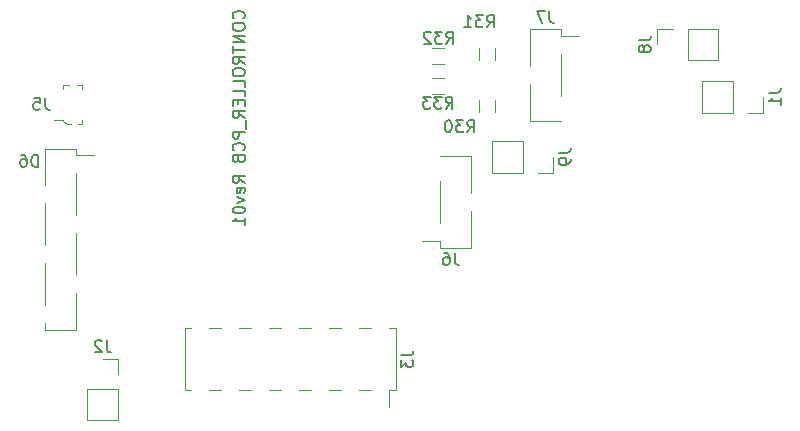
<source format=gbr>
G04 #@! TF.FileFunction,Legend,Bot*
%FSLAX46Y46*%
G04 Gerber Fmt 4.6, Leading zero omitted, Abs format (unit mm)*
G04 Created by KiCad (PCBNEW 4.0.7) date 02/27/19 21:19:11*
%MOMM*%
%LPD*%
G01*
G04 APERTURE LIST*
%ADD10C,0.100000*%
%ADD11C,0.150000*%
%ADD12C,0.120000*%
G04 APERTURE END LIST*
D10*
D11*
X72074143Y-62869428D02*
X72121762Y-62821809D01*
X72169381Y-62678952D01*
X72169381Y-62583714D01*
X72121762Y-62440856D01*
X72026524Y-62345618D01*
X71931286Y-62297999D01*
X71740810Y-62250380D01*
X71597952Y-62250380D01*
X71407476Y-62297999D01*
X71312238Y-62345618D01*
X71217000Y-62440856D01*
X71169381Y-62583714D01*
X71169381Y-62678952D01*
X71217000Y-62821809D01*
X71264619Y-62869428D01*
X71169381Y-63488475D02*
X71169381Y-63678952D01*
X71217000Y-63774190D01*
X71312238Y-63869428D01*
X71502714Y-63917047D01*
X71836048Y-63917047D01*
X72026524Y-63869428D01*
X72121762Y-63774190D01*
X72169381Y-63678952D01*
X72169381Y-63488475D01*
X72121762Y-63393237D01*
X72026524Y-63297999D01*
X71836048Y-63250380D01*
X71502714Y-63250380D01*
X71312238Y-63297999D01*
X71217000Y-63393237D01*
X71169381Y-63488475D01*
X72169381Y-64345618D02*
X71169381Y-64345618D01*
X72169381Y-64917047D01*
X71169381Y-64917047D01*
X71169381Y-65250380D02*
X71169381Y-65821809D01*
X72169381Y-65536094D02*
X71169381Y-65536094D01*
X72169381Y-66726571D02*
X71693190Y-66393237D01*
X72169381Y-66155142D02*
X71169381Y-66155142D01*
X71169381Y-66536095D01*
X71217000Y-66631333D01*
X71264619Y-66678952D01*
X71359857Y-66726571D01*
X71502714Y-66726571D01*
X71597952Y-66678952D01*
X71645571Y-66631333D01*
X71693190Y-66536095D01*
X71693190Y-66155142D01*
X71169381Y-67345618D02*
X71169381Y-67536095D01*
X71217000Y-67631333D01*
X71312238Y-67726571D01*
X71502714Y-67774190D01*
X71836048Y-67774190D01*
X72026524Y-67726571D01*
X72121762Y-67631333D01*
X72169381Y-67536095D01*
X72169381Y-67345618D01*
X72121762Y-67250380D01*
X72026524Y-67155142D01*
X71836048Y-67107523D01*
X71502714Y-67107523D01*
X71312238Y-67155142D01*
X71217000Y-67250380D01*
X71169381Y-67345618D01*
X72169381Y-68678952D02*
X72169381Y-68202761D01*
X71169381Y-68202761D01*
X72169381Y-69488476D02*
X72169381Y-69012285D01*
X71169381Y-69012285D01*
X71645571Y-69821809D02*
X71645571Y-70155143D01*
X72169381Y-70298000D02*
X72169381Y-69821809D01*
X71169381Y-69821809D01*
X71169381Y-70298000D01*
X72169381Y-71298000D02*
X71693190Y-70964666D01*
X72169381Y-70726571D02*
X71169381Y-70726571D01*
X71169381Y-71107524D01*
X71217000Y-71202762D01*
X71264619Y-71250381D01*
X71359857Y-71298000D01*
X71502714Y-71298000D01*
X71597952Y-71250381D01*
X71645571Y-71202762D01*
X71693190Y-71107524D01*
X71693190Y-70726571D01*
X72264619Y-71488476D02*
X72264619Y-72250381D01*
X72169381Y-72488476D02*
X71169381Y-72488476D01*
X71169381Y-72869429D01*
X71217000Y-72964667D01*
X71264619Y-73012286D01*
X71359857Y-73059905D01*
X71502714Y-73059905D01*
X71597952Y-73012286D01*
X71645571Y-72964667D01*
X71693190Y-72869429D01*
X71693190Y-72488476D01*
X72074143Y-74059905D02*
X72121762Y-74012286D01*
X72169381Y-73869429D01*
X72169381Y-73774191D01*
X72121762Y-73631333D01*
X72026524Y-73536095D01*
X71931286Y-73488476D01*
X71740810Y-73440857D01*
X71597952Y-73440857D01*
X71407476Y-73488476D01*
X71312238Y-73536095D01*
X71217000Y-73631333D01*
X71169381Y-73774191D01*
X71169381Y-73869429D01*
X71217000Y-74012286D01*
X71264619Y-74059905D01*
X71645571Y-74821810D02*
X71693190Y-74964667D01*
X71740810Y-75012286D01*
X71836048Y-75059905D01*
X71978905Y-75059905D01*
X72074143Y-75012286D01*
X72121762Y-74964667D01*
X72169381Y-74869429D01*
X72169381Y-74488476D01*
X71169381Y-74488476D01*
X71169381Y-74821810D01*
X71217000Y-74917048D01*
X71264619Y-74964667D01*
X71359857Y-75012286D01*
X71455095Y-75012286D01*
X71550333Y-74964667D01*
X71597952Y-74917048D01*
X71645571Y-74821810D01*
X71645571Y-74488476D01*
X72169381Y-76821810D02*
X71693190Y-76488476D01*
X72169381Y-76250381D02*
X71169381Y-76250381D01*
X71169381Y-76631334D01*
X71217000Y-76726572D01*
X71264619Y-76774191D01*
X71359857Y-76821810D01*
X71502714Y-76821810D01*
X71597952Y-76774191D01*
X71645571Y-76726572D01*
X71693190Y-76631334D01*
X71693190Y-76250381D01*
X72121762Y-77631334D02*
X72169381Y-77536096D01*
X72169381Y-77345619D01*
X72121762Y-77250381D01*
X72026524Y-77202762D01*
X71645571Y-77202762D01*
X71550333Y-77250381D01*
X71502714Y-77345619D01*
X71502714Y-77536096D01*
X71550333Y-77631334D01*
X71645571Y-77678953D01*
X71740810Y-77678953D01*
X71836048Y-77202762D01*
X71502714Y-78012286D02*
X72169381Y-78250381D01*
X71502714Y-78488477D01*
X71169381Y-79059905D02*
X71169381Y-79155144D01*
X71217000Y-79250382D01*
X71264619Y-79298001D01*
X71359857Y-79345620D01*
X71550333Y-79393239D01*
X71788429Y-79393239D01*
X71978905Y-79345620D01*
X72074143Y-79298001D01*
X72121762Y-79250382D01*
X72169381Y-79155144D01*
X72169381Y-79059905D01*
X72121762Y-78964667D01*
X72074143Y-78917048D01*
X71978905Y-78869429D01*
X71788429Y-78821810D01*
X71550333Y-78821810D01*
X71359857Y-78869429D01*
X71264619Y-78917048D01*
X71217000Y-78964667D01*
X71169381Y-79059905D01*
X72169381Y-80345620D02*
X72169381Y-79774191D01*
X72169381Y-80059905D02*
X71169381Y-80059905D01*
X71312238Y-79964667D01*
X71407476Y-79869429D01*
X71455095Y-79774191D01*
D12*
X84985000Y-94330000D02*
X84985000Y-89130000D01*
X67085000Y-94330000D02*
X67085000Y-89130000D01*
X84415000Y-95770000D02*
X84415000Y-94330000D01*
X84985000Y-94330000D02*
X84415000Y-94330000D01*
X84985000Y-89130000D02*
X84415000Y-89130000D01*
X67655000Y-94330000D02*
X67085000Y-94330000D01*
X67655000Y-89130000D02*
X67085000Y-89130000D01*
X82895000Y-94330000D02*
X81875000Y-94330000D01*
X82895000Y-89130000D02*
X81875000Y-89130000D01*
X80355000Y-94330000D02*
X79335000Y-94330000D01*
X80355000Y-89130000D02*
X79335000Y-89130000D01*
X77815000Y-94330000D02*
X76795000Y-94330000D01*
X77815000Y-89130000D02*
X76795000Y-89130000D01*
X75275000Y-94330000D02*
X74255000Y-94330000D01*
X75275000Y-89130000D02*
X74255000Y-89130000D01*
X72735000Y-94330000D02*
X71715000Y-94330000D01*
X72735000Y-89130000D02*
X71715000Y-89130000D01*
X70195000Y-94330000D02*
X69175000Y-94330000D01*
X70195000Y-89130000D02*
X69175000Y-89130000D01*
D10*
X57445000Y-71805000D02*
X57170000Y-71805000D01*
X57170000Y-71805000D02*
X56795000Y-71530000D01*
X56795000Y-71530000D02*
X56795000Y-71480000D01*
X56795000Y-71480000D02*
X56020000Y-71480000D01*
X57270000Y-68505000D02*
X56795000Y-68505000D01*
X56795000Y-68505000D02*
X56795000Y-68855000D01*
X58445000Y-68730000D02*
X58445000Y-68855000D01*
X58445000Y-68805000D02*
X58445000Y-68505000D01*
X58445000Y-68505000D02*
X57995000Y-68505000D01*
X58070000Y-71805000D02*
X58445000Y-71805000D01*
X58445000Y-71805000D02*
X58445000Y-71505000D01*
D12*
X57930000Y-73905000D02*
X55270000Y-73905000D01*
X57930000Y-89265000D02*
X55270000Y-89265000D01*
X55270000Y-73905000D02*
X55270000Y-77015000D01*
X57930000Y-74475000D02*
X59450000Y-74475000D01*
X57930000Y-73905000D02*
X57930000Y-74475000D01*
X55270000Y-88695000D02*
X55270000Y-89265000D01*
X55270000Y-78535000D02*
X55270000Y-82095000D01*
X55270000Y-83615000D02*
X55270000Y-87175000D01*
X57930000Y-75995000D02*
X57930000Y-79555000D01*
X57930000Y-81075000D02*
X57930000Y-84635000D01*
X57930000Y-86155000D02*
X57930000Y-89265000D01*
X88675000Y-82280000D02*
X91335000Y-82280000D01*
X88675000Y-74540000D02*
X91335000Y-74540000D01*
X91335000Y-82280000D02*
X91335000Y-79170000D01*
X88675000Y-81710000D02*
X87155000Y-81710000D01*
X88675000Y-82280000D02*
X88675000Y-81710000D01*
X91335000Y-75110000D02*
X91335000Y-74540000D01*
X91335000Y-77650000D02*
X91335000Y-74540000D01*
X88675000Y-80190000D02*
X88675000Y-76630000D01*
X98980096Y-63802286D02*
X96320096Y-63802286D01*
X98980096Y-71542286D02*
X96320096Y-71542286D01*
X96320096Y-63802286D02*
X96320096Y-66912286D01*
X98980096Y-64372286D02*
X100500096Y-64372286D01*
X98980096Y-63802286D02*
X98980096Y-64372286D01*
X96320096Y-70972286D02*
X96320096Y-71542286D01*
X96320096Y-68432286D02*
X96320096Y-71542286D01*
X98980096Y-65892286D02*
X98980096Y-69452286D01*
X91983096Y-69806286D02*
X91983096Y-70806286D01*
X93343096Y-70806286D02*
X93343096Y-69806286D01*
X93343096Y-66402286D02*
X93343096Y-65402286D01*
X91983096Y-65402286D02*
X91983096Y-66402286D01*
X89056096Y-65392286D02*
X88056096Y-65392286D01*
X88056096Y-66752286D02*
X89056096Y-66752286D01*
X89056096Y-67932286D02*
X88056096Y-67932286D01*
X88056096Y-69292286D02*
X89056096Y-69292286D01*
X110900000Y-70850000D02*
X110900000Y-68190000D01*
X113500000Y-70850000D02*
X110900000Y-70850000D01*
X113500000Y-68190000D02*
X110900000Y-68190000D01*
X113500000Y-70850000D02*
X113500000Y-68190000D01*
X114770000Y-70850000D02*
X116100000Y-70850000D01*
X116100000Y-70850000D02*
X116100000Y-69520000D01*
X61490000Y-96885000D02*
X58830000Y-96885000D01*
X61490000Y-94285000D02*
X61490000Y-96885000D01*
X58830000Y-94285000D02*
X58830000Y-96885000D01*
X61490000Y-94285000D02*
X58830000Y-94285000D01*
X61490000Y-93015000D02*
X61490000Y-91685000D01*
X61490000Y-91685000D02*
X60160000Y-91685000D01*
X112290000Y-63745000D02*
X112290000Y-66405000D01*
X109690000Y-63745000D02*
X112290000Y-63745000D01*
X109690000Y-66405000D02*
X112290000Y-66405000D01*
X109690000Y-63745000D02*
X109690000Y-66405000D01*
X108420000Y-63745000D02*
X107090000Y-63745000D01*
X107090000Y-63745000D02*
X107090000Y-65075000D01*
X93120000Y-75930000D02*
X93120000Y-73270000D01*
X95720000Y-75930000D02*
X93120000Y-75930000D01*
X95720000Y-73270000D02*
X93120000Y-73270000D01*
X95720000Y-75930000D02*
X95720000Y-73270000D01*
X96990000Y-75930000D02*
X98320000Y-75930000D01*
X98320000Y-75930000D02*
X98320000Y-74600000D01*
D11*
X85437381Y-91396667D02*
X86151667Y-91396667D01*
X86294524Y-91349047D01*
X86389762Y-91253809D01*
X86437381Y-91110952D01*
X86437381Y-91015714D01*
X85437381Y-91777619D02*
X85437381Y-92396667D01*
X85818333Y-92063333D01*
X85818333Y-92206191D01*
X85865952Y-92301429D01*
X85913571Y-92349048D01*
X86008810Y-92396667D01*
X86246905Y-92396667D01*
X86342143Y-92349048D01*
X86389762Y-92301429D01*
X86437381Y-92206191D01*
X86437381Y-91920476D01*
X86389762Y-91825238D01*
X86342143Y-91777619D01*
X54675095Y-75433381D02*
X54675095Y-74433381D01*
X54437000Y-74433381D01*
X54294142Y-74481000D01*
X54198904Y-74576238D01*
X54151285Y-74671476D01*
X54103666Y-74861952D01*
X54103666Y-75004810D01*
X54151285Y-75195286D01*
X54198904Y-75290524D01*
X54294142Y-75385762D01*
X54437000Y-75433381D01*
X54675095Y-75433381D01*
X53246523Y-74433381D02*
X53437000Y-74433381D01*
X53532238Y-74481000D01*
X53579857Y-74528619D01*
X53675095Y-74671476D01*
X53722714Y-74861952D01*
X53722714Y-75242905D01*
X53675095Y-75338143D01*
X53627476Y-75385762D01*
X53532238Y-75433381D01*
X53341761Y-75433381D01*
X53246523Y-75385762D01*
X53198904Y-75338143D01*
X53151285Y-75242905D01*
X53151285Y-75004810D01*
X53198904Y-74909571D01*
X53246523Y-74861952D01*
X53341761Y-74814333D01*
X53532238Y-74814333D01*
X53627476Y-74861952D01*
X53675095Y-74909571D01*
X53722714Y-75004810D01*
X55286333Y-69607381D02*
X55286333Y-70321667D01*
X55333953Y-70464524D01*
X55429191Y-70559762D01*
X55572048Y-70607381D01*
X55667286Y-70607381D01*
X54333952Y-69607381D02*
X54810143Y-69607381D01*
X54857762Y-70083571D01*
X54810143Y-70035952D01*
X54714905Y-69988333D01*
X54476809Y-69988333D01*
X54381571Y-70035952D01*
X54333952Y-70083571D01*
X54286333Y-70178810D01*
X54286333Y-70416905D01*
X54333952Y-70512143D01*
X54381571Y-70559762D01*
X54476809Y-70607381D01*
X54714905Y-70607381D01*
X54810143Y-70559762D01*
X54857762Y-70512143D01*
X89957333Y-82732381D02*
X89957333Y-83446667D01*
X90004953Y-83589524D01*
X90100191Y-83684762D01*
X90243048Y-83732381D01*
X90338286Y-83732381D01*
X89052571Y-82732381D02*
X89243048Y-82732381D01*
X89338286Y-82780000D01*
X89385905Y-82827619D01*
X89481143Y-82970476D01*
X89528762Y-83160952D01*
X89528762Y-83541905D01*
X89481143Y-83637143D01*
X89433524Y-83684762D01*
X89338286Y-83732381D01*
X89147809Y-83732381D01*
X89052571Y-83684762D01*
X89004952Y-83637143D01*
X88957333Y-83541905D01*
X88957333Y-83303810D01*
X89004952Y-83208571D01*
X89052571Y-83160952D01*
X89147809Y-83113333D01*
X89338286Y-83113333D01*
X89433524Y-83160952D01*
X89481143Y-83208571D01*
X89528762Y-83303810D01*
X97983429Y-62254667D02*
X97983429Y-62968953D01*
X98031049Y-63111810D01*
X98126287Y-63207048D01*
X98269144Y-63254667D01*
X98364382Y-63254667D01*
X97602477Y-62254667D02*
X96935810Y-62254667D01*
X97364382Y-63254667D01*
X91028857Y-72512381D02*
X91362191Y-72036190D01*
X91600286Y-72512381D02*
X91600286Y-71512381D01*
X91219333Y-71512381D01*
X91124095Y-71560000D01*
X91076476Y-71607619D01*
X91028857Y-71702857D01*
X91028857Y-71845714D01*
X91076476Y-71940952D01*
X91124095Y-71988571D01*
X91219333Y-72036190D01*
X91600286Y-72036190D01*
X90695524Y-71512381D02*
X90076476Y-71512381D01*
X90409810Y-71893333D01*
X90266952Y-71893333D01*
X90171714Y-71940952D01*
X90124095Y-71988571D01*
X90076476Y-72083810D01*
X90076476Y-72321905D01*
X90124095Y-72417143D01*
X90171714Y-72464762D01*
X90266952Y-72512381D01*
X90552667Y-72512381D01*
X90647905Y-72464762D01*
X90695524Y-72417143D01*
X89457429Y-71512381D02*
X89362190Y-71512381D01*
X89266952Y-71560000D01*
X89219333Y-71607619D01*
X89171714Y-71702857D01*
X89124095Y-71893333D01*
X89124095Y-72131429D01*
X89171714Y-72321905D01*
X89219333Y-72417143D01*
X89266952Y-72464762D01*
X89362190Y-72512381D01*
X89457429Y-72512381D01*
X89552667Y-72464762D01*
X89600286Y-72417143D01*
X89647905Y-72321905D01*
X89695524Y-72131429D01*
X89695524Y-71893333D01*
X89647905Y-71702857D01*
X89600286Y-71607619D01*
X89552667Y-71560000D01*
X89457429Y-71512381D01*
X92679857Y-63622381D02*
X93013191Y-63146190D01*
X93251286Y-63622381D02*
X93251286Y-62622381D01*
X92870333Y-62622381D01*
X92775095Y-62670000D01*
X92727476Y-62717619D01*
X92679857Y-62812857D01*
X92679857Y-62955714D01*
X92727476Y-63050952D01*
X92775095Y-63098571D01*
X92870333Y-63146190D01*
X93251286Y-63146190D01*
X92346524Y-62622381D02*
X91727476Y-62622381D01*
X92060810Y-63003333D01*
X91917952Y-63003333D01*
X91822714Y-63050952D01*
X91775095Y-63098571D01*
X91727476Y-63193810D01*
X91727476Y-63431905D01*
X91775095Y-63527143D01*
X91822714Y-63574762D01*
X91917952Y-63622381D01*
X92203667Y-63622381D01*
X92298905Y-63574762D01*
X92346524Y-63527143D01*
X90775095Y-63622381D02*
X91346524Y-63622381D01*
X91060810Y-63622381D02*
X91060810Y-62622381D01*
X91156048Y-62765238D01*
X91251286Y-62860476D01*
X91346524Y-62908095D01*
X89250857Y-65019381D02*
X89584191Y-64543190D01*
X89822286Y-65019381D02*
X89822286Y-64019381D01*
X89441333Y-64019381D01*
X89346095Y-64067000D01*
X89298476Y-64114619D01*
X89250857Y-64209857D01*
X89250857Y-64352714D01*
X89298476Y-64447952D01*
X89346095Y-64495571D01*
X89441333Y-64543190D01*
X89822286Y-64543190D01*
X88917524Y-64019381D02*
X88298476Y-64019381D01*
X88631810Y-64400333D01*
X88488952Y-64400333D01*
X88393714Y-64447952D01*
X88346095Y-64495571D01*
X88298476Y-64590810D01*
X88298476Y-64828905D01*
X88346095Y-64924143D01*
X88393714Y-64971762D01*
X88488952Y-65019381D01*
X88774667Y-65019381D01*
X88869905Y-64971762D01*
X88917524Y-64924143D01*
X87917524Y-64114619D02*
X87869905Y-64067000D01*
X87774667Y-64019381D01*
X87536571Y-64019381D01*
X87441333Y-64067000D01*
X87393714Y-64114619D01*
X87346095Y-64209857D01*
X87346095Y-64305095D01*
X87393714Y-64447952D01*
X87965143Y-65019381D01*
X87346095Y-65019381D01*
X89198953Y-70514667D02*
X89532287Y-70038476D01*
X89770382Y-70514667D02*
X89770382Y-69514667D01*
X89389429Y-69514667D01*
X89294191Y-69562286D01*
X89246572Y-69609905D01*
X89198953Y-69705143D01*
X89198953Y-69848000D01*
X89246572Y-69943238D01*
X89294191Y-69990857D01*
X89389429Y-70038476D01*
X89770382Y-70038476D01*
X88865620Y-69514667D02*
X88246572Y-69514667D01*
X88579906Y-69895619D01*
X88437048Y-69895619D01*
X88341810Y-69943238D01*
X88294191Y-69990857D01*
X88246572Y-70086096D01*
X88246572Y-70324191D01*
X88294191Y-70419429D01*
X88341810Y-70467048D01*
X88437048Y-70514667D01*
X88722763Y-70514667D01*
X88818001Y-70467048D01*
X88865620Y-70419429D01*
X87913239Y-69514667D02*
X87294191Y-69514667D01*
X87627525Y-69895619D01*
X87484667Y-69895619D01*
X87389429Y-69943238D01*
X87341810Y-69990857D01*
X87294191Y-70086096D01*
X87294191Y-70324191D01*
X87341810Y-70419429D01*
X87389429Y-70467048D01*
X87484667Y-70514667D01*
X87770382Y-70514667D01*
X87865620Y-70467048D01*
X87913239Y-70419429D01*
X116552381Y-69186667D02*
X117266667Y-69186667D01*
X117409524Y-69139047D01*
X117504762Y-69043809D01*
X117552381Y-68900952D01*
X117552381Y-68805714D01*
X117552381Y-70186667D02*
X117552381Y-69615238D01*
X117552381Y-69900952D02*
X116552381Y-69900952D01*
X116695238Y-69805714D01*
X116790476Y-69710476D01*
X116838095Y-69615238D01*
X60493333Y-90137381D02*
X60493333Y-90851667D01*
X60540953Y-90994524D01*
X60636191Y-91089762D01*
X60779048Y-91137381D01*
X60874286Y-91137381D01*
X60064762Y-90232619D02*
X60017143Y-90185000D01*
X59921905Y-90137381D01*
X59683809Y-90137381D01*
X59588571Y-90185000D01*
X59540952Y-90232619D01*
X59493333Y-90327857D01*
X59493333Y-90423095D01*
X59540952Y-90565952D01*
X60112381Y-91137381D01*
X59493333Y-91137381D01*
X105542381Y-64741667D02*
X106256667Y-64741667D01*
X106399524Y-64694047D01*
X106494762Y-64598809D01*
X106542381Y-64455952D01*
X106542381Y-64360714D01*
X105970952Y-65360714D02*
X105923333Y-65265476D01*
X105875714Y-65217857D01*
X105780476Y-65170238D01*
X105732857Y-65170238D01*
X105637619Y-65217857D01*
X105590000Y-65265476D01*
X105542381Y-65360714D01*
X105542381Y-65551191D01*
X105590000Y-65646429D01*
X105637619Y-65694048D01*
X105732857Y-65741667D01*
X105780476Y-65741667D01*
X105875714Y-65694048D01*
X105923333Y-65646429D01*
X105970952Y-65551191D01*
X105970952Y-65360714D01*
X106018571Y-65265476D01*
X106066190Y-65217857D01*
X106161429Y-65170238D01*
X106351905Y-65170238D01*
X106447143Y-65217857D01*
X106494762Y-65265476D01*
X106542381Y-65360714D01*
X106542381Y-65551191D01*
X106494762Y-65646429D01*
X106447143Y-65694048D01*
X106351905Y-65741667D01*
X106161429Y-65741667D01*
X106066190Y-65694048D01*
X106018571Y-65646429D01*
X105970952Y-65551191D01*
X98772381Y-74266667D02*
X99486667Y-74266667D01*
X99629524Y-74219047D01*
X99724762Y-74123809D01*
X99772381Y-73980952D01*
X99772381Y-73885714D01*
X99772381Y-74790476D02*
X99772381Y-74980952D01*
X99724762Y-75076191D01*
X99677143Y-75123810D01*
X99534286Y-75219048D01*
X99343810Y-75266667D01*
X98962857Y-75266667D01*
X98867619Y-75219048D01*
X98820000Y-75171429D01*
X98772381Y-75076191D01*
X98772381Y-74885714D01*
X98820000Y-74790476D01*
X98867619Y-74742857D01*
X98962857Y-74695238D01*
X99200952Y-74695238D01*
X99296190Y-74742857D01*
X99343810Y-74790476D01*
X99391429Y-74885714D01*
X99391429Y-75076191D01*
X99343810Y-75171429D01*
X99296190Y-75219048D01*
X99200952Y-75266667D01*
M02*

</source>
